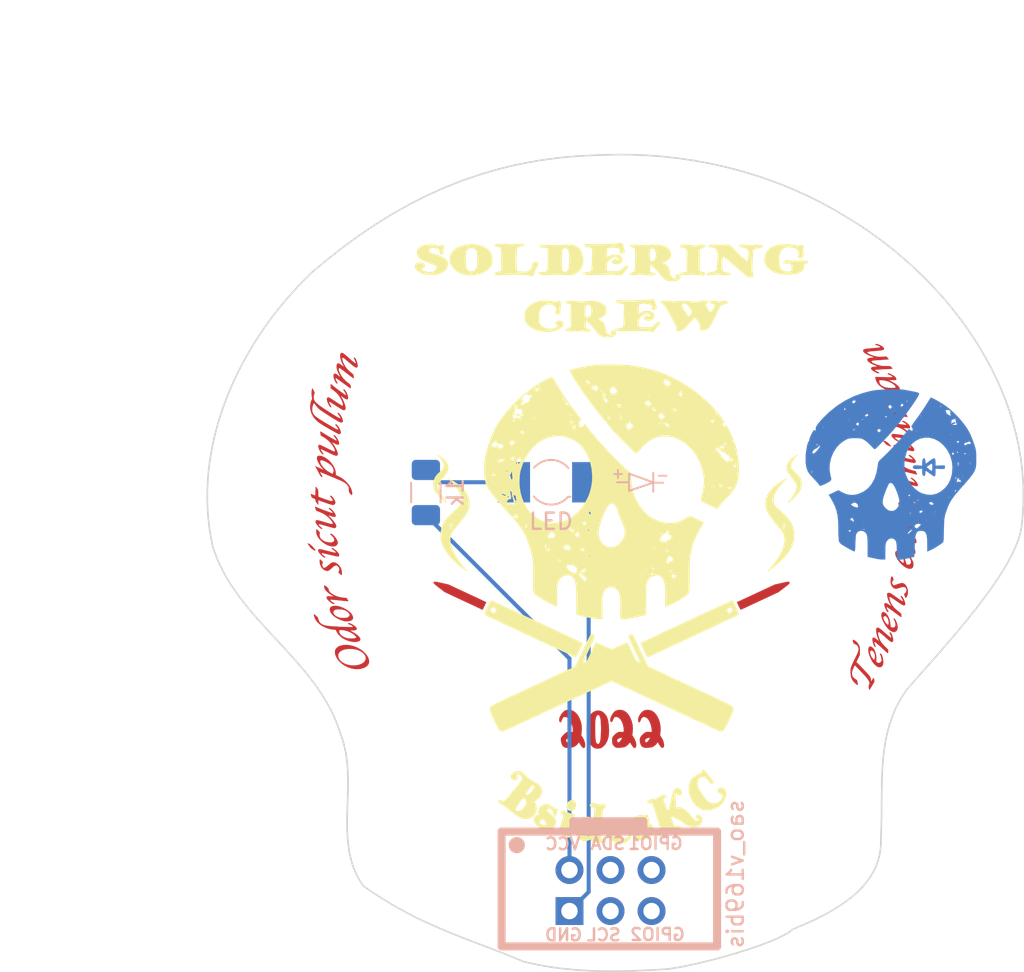
<source format=kicad_pcb>
(kicad_pcb (version 20211014) (generator pcbnew)
  (layers (0 "F.Cu" signal) (31 "B.Cu" signal) (34 "B.Paste" user) (35 "F.Paste" user) (36 "B.SilkS" user "B.Silkscreen") (37 "F.SilkS" user "F.Silkscreen") (38 "B.Mask" user) (39 "F.Mask" user) (44 "Edge.Cuts" user))
  (net 0 "")
  (net 1 "GND")
  (net 2 "Net-(D1-Pad2)")
  (net 3 "VCC")
  (footprint "BadgePirates:Badgelife-SAOv169-SAO_Side_B.SLK" (layer "F.Cu") (at 154.8511 124.0663)
    (fp_text reference "X1" hide)
    (fp_text value "sao_v169bis")
  )
  (footprint "LOGO" (layer "F.Cu") (at 131.208392 79.405793)
    (fp_text reference "G***" hide)
    (fp_text value "LOGO" hide)
  )
  (footprint "LOGO" (layer "F.Cu") (at 131.208392 79.405793)
    (fp_text reference "G***" hide)
    (fp_text value "LOGO" hide)
  )
  (footprint "BadgePirates:LED_Osram_Lx_P47F_D2mm_ReverseMount_Proper_Mask Only" (layer "F.Cu") (at 151.5618 98.7044)
    (fp_text reference "D1" hide)
    (fp_text value "LED")
  )
  (footprint "LOGO" (layer "F.Cu") (at 131.208392 79.405793)
    (fp_text reference "G***" hide)
    (fp_text value "LOGO" hide)
  )
  (footprint "LOGO" (layer "F.Cu") (at 131.208392 79.405793)
    (fp_text reference "G***" hide)
    (fp_text value "LOGO" hide)
  )
  (footprint "LOGO" (layer "F.Cu") (at 131.208392 79.405793)
    (fp_text reference "G***" hide)
    (fp_text value "LOGO" hide)
  )
  (footprint "LOGO" (layer "F.Cu") (at 131.208392 79.405793)
    (fp_text reference "G***" hide)
    (fp_text value "LOGO" hide)
  )
  (footprint "LOGO" (layer "F.Cu") (at 131.208392 79.405793)
    (fp_text reference "G***" hide)
    (fp_text value "LOGO" hide)
  )
  (footprint "BadgePirates:R_1206_3216Metric" (layer "B.Cu") (at 143.8148 99.3394 -90)
    (fp_text reference "R1" hide)
    (fp_text value "1k")
  )
  (footprint "BadgePiratesLogos:BPSkull_Distressed_F.CU" (layer "B.Cu") (at 172.6184 98.2218 180)
    (fp_text reference "G***" hide)
    (fp_text value "BP LOGO" hide)
  )
  (gr_line (start 139.060192 121.515093) (end 139.185692 122.088993) (layer "Edge.Cuts") (width 0.1))
  (gr_line (start 172.154292 115.435293) (end 172.240192 114.847493) (layer "Edge.Cuts") (width 0.1))
  (gr_line (start 161.886392 128.186293) (end 163.068892 127.847693) (layer "Edge.Cuts") (width 0.1))
  (gr_line (start 131.095692 94.575593) (end 130.926192 95.134493) (layer "Edge.Cuts") (width 0.1))
  (gr_line (start 137.163292 111.518493) (end 137.407392 111.885993) (layer "Edge.Cuts") (width 0.1))
  (gr_line (start 132.202292 91.862093) (end 131.948192 92.392593) (layer "Edge.Cuts") (width 0.1))
  (gr_line (start 168.875692 125.266193) (end 169.332392 124.989993) (layer "Edge.Cuts") (width 0.1))
  (gr_line (start 138.051592 113.043493) (end 138.232492 113.450393) (layer "Edge.Cuts") (width 0.1))
  (gr_line (start 180.677092 101.475493) (end 180.752792 100.735593) (layer "Edge.Cuts") (width 0.1))
  (gr_line (start 131.488092 93.472793) (end 131.283092 94.021593) (layer "Edge.Cuts") (width 0.1))
  (gr_line (start 152.093392 128.797993) (end 153.212792 128.908893) (layer "Edge.Cuts") (width 0.1))
  (gr_line (start 172.704092 113.137493) (end 172.943592 112.590093) (layer "Edge.Cuts") (width 0.1))
  (gr_line (start 173.579392 111.537993) (end 175.563592 109.286793) (layer "Edge.Cuts") (width 0.1))
  (gr_line (start 179.717992 103.861593) (end 180.070192 103.216993) (layer "Edge.Cuts") (width 0.1))
  (gr_line (start 146.061892 80.024393) (end 144.946592 80.466093) (layer "Edge.Cuts") (width 0.1))
  (gr_line (start 165.728892 80.233693) (end 164.854892 79.912193) (layer "Edge.Cuts") (width 0.1))
  (gr_line (start 130.531592 96.835393) (end 130.439692 97.409093) (layer "Edge.Cuts") (width 0.1))
  (gr_line (start 137.684892 84.936193) (end 136.700392 85.760593) (layer "Edge.Cuts") (width 0.1))
  (gr_line (start 153.212792 128.908893) (end 154.336392 128.967493) (layer "Edge.Cuts") (width 0.1))
  (gr_line (start 147.411892 127.410893) (end 148.627392 127.878293) (layer "Edge.Cuts") (width 0.1))
  (gr_line (start 133.364392 107.135293) (end 133.964092 107.799293) (layer "Edge.Cuts") (width 0.1))
  (gr_line (start 170.502592 82.689093) (end 169.894492 82.311393) (layer "Edge.Cuts") (width 0.1))
  (gr_line (start 138.394092 113.869293) (end 138.534992 114.301093) (layer "Edge.Cuts") (width 0.1))
  (gr_line (start 169.894492 82.311393) (end 169.092492 81.833093) (layer "Edge.Cuts") (width 0.1))
  (gr_line (start 148.627392 127.878293) (end 149.874892 128.386993) (layer "Edge.Cuts") (width 0.1))
  (gr_line (start 158.493592 78.536593) (end 157.563892 78.464793) (layer "Edge.Cuts") (width 0.1))
  (gr_line (start 138.534992 114.301093) (end 138.639892 114.586393) (layer "Edge.Cuts") (width 0.1))
  (gr_line (start 131.740992 105.037093) (end 132.241892 105.760993) (layer "Edge.Cuts") (width 0.1))
  (gr_line (start 155.700392 78.414293) (end 155.700392 78.414293) (layer "Edge.Cuts") (width 0.1))
  (gr_line (start 155.700392 78.414293) (end 155.700392 78.414293) (layer "Edge.Cuts") (width 0.1))
  (gr_line (start 179.426992 92.969593) (end 179.133892 92.310993) (layer "Edge.Cuts") (width 0.1))
  (gr_line (start 178.343992 105.901793) (end 178.845392 105.210193) (layer "Edge.Cuts") (width 0.1))
  (gr_line (start 165.639992 126.912793) (end 166.009692 126.728993) (layer "Edge.Cuts") (width 0.1))
  (gr_line (start 148.967492 79.149193) (end 148.371892 79.297593) (layer "Edge.Cuts") (width 0.1))
  (gr_line (start 179.935092 94.315293) (end 179.694392 93.637893) (layer "Edge.Cuts") (width 0.1))
  (gr_line (start 160.733492 128.476993) (end 161.886392 128.186293) (layer "Edge.Cuts") (width 0.1))
  (gr_line (start 165.209092 127.100693) (end 165.639992 126.912793) (layer "Edge.Cuts") (width 0.1))
  (gr_line (start 138.639892 114.586393) (end 138.728392 114.875093) (layer "Edge.Cuts") (width 0.1))
  (gr_line (start 139.955592 123.712493) (end 140.632192 124.173093) (layer "Edge.Cuts") (width 0.1))
  (gr_line (start 138.861392 115.461593) (end 138.943992 116.058493) (layer "Edge.Cuts") (width 0.1))
  (gr_line (start 130.611792 102.636993) (end 130.753092 103.065693) (layer "Edge.Cuts") (width 0.1))
  (gr_line (start 180.769192 98.541493) (end 180.707392 97.820493) (layer "Edge.Cuts") (width 0.1))
  (gr_line (start 130.914992 103.481893) (end 131.096092 103.886293) (layer "Edge.Cuts") (width 0.1))
  (gr_line (start 137.852892 112.647693) (end 138.051592 113.043493) (layer "Edge.Cuts") (width 0.1))
  (gr_line (start 170.186792 124.373393) (end 170.572892 124.029993) (layer "Edge.Cuts") (width 0.1))
  (gr_line (start 152.066492 78.612993) (end 151.429692 78.692393) (layer "Edge.Cuts") (width 0.1))
  (gr_line (start 160.342992 78.773693) (end 159.420292 78.639593) (layer "Edge.Cuts") (width 0.1))
  (gr_line (start 131.510492 104.662993) (end 131.740992 105.037093) (layer "Edge.Cuts") (width 0.1))
  (gr_line (start 155.700392 78.414293) (end 154.706892 78.437693) (layer "Edge.Cuts") (width 0.1))
  (gr_line (start 146.213592 126.953493) (end 147.411892 127.410893) (layer "Edge.Cuts") (width 0.1))
  (gr_line (start 130.302392 100.307793) (end 130.343192 100.890493) (layer "Edge.Cuts") (width 0.1))
  (gr_line (start 172.056092 116.628393) (end 172.094492 116.029393) (layer "Edge.Cuts") (width 0.1))
  (gr_line (start 170.923992 123.661293) (end 171.234392 123.265693) (layer "Edge.Cuts") (width 0.1))
  (gr_line (start 141.938492 124.975793) (end 142.571892 125.325693) (layer "Edge.Cuts") (width 0.1))
  (gr_line (start 153.367592 78.496593) (end 152.712392 78.547693) (layer "Edge.Cuts") (width 0.1))
  (gr_line (start 166.308292 126.551693) (end 166.525992 126.383093) (layer "Edge.Cuts") (width 0.1))
  (gr_line (start 169.771392 124.692993) (end 170.186792 124.373393) (layer "Edge.Cuts") (width 0.1))
  (gr_line (start 149.570792 79.014393) (end 148.967492 79.149193) (layer "Edge.Cuts") (width 0.1))
  (gr_line (start 173.399492 84.858793) (end 172.842292 84.389093) (layer "Edge.Cuts") (width 0.1))
  (gr_line (start 150.979992 128.626693) (end 151.535792 128.720393) (layer "Edge.Cuts") (width 0.1))
  (gr_line (start 130.290792 99.143993) (end 130.285092 99.725493) (layer "Edge.Cuts") (width 0.1))
  (gr_line (start 166.525992 126.383093) (end 167.456092 125.983193) (layer "Edge.Cuts") (width 0.1))
  (gr_line (start 150.182092 78.893193) (end 149.570792 79.014393) (layer "Edge.Cuts") (width 0.1))
  (gr_line (start 130.407992 101.473293) (end 130.497392 102.055593) (layer "Edge.Cuts") (width 0.1))
  (gr_line (start 159.688692 128.701493) (end 160.733492 128.476993) (layer "Edge.Cuts") (width 0.1))
  (gr_line (start 133.691592 89.323193) (end 133.366392 89.814393) (layer "Edge.Cuts") (width 0.1))
  (gr_line (start 176.886592 88.589893) (end 176.439092 88.013093) (layer "Edge.Cuts") (width 0.1))
  (gr_line (start 180.148292 95.001193) (end 179.935092 94.315293) (layer "Edge.Cuts") (width 0.1))
  (gr_line (start 143.808492 125.942393) (end 145.017392 126.474493) (layer "Edge.Cuts") (width 0.1))
  (gr_line (start 145.017392 126.474493) (end 146.213592 126.953493) (layer "Edge.Cuts") (width 0.1))
  (gr_line (start 180.488392 96.396793) (end 180.333092 95.695193) (layer "Edge.Cuts") (width 0.1))
  (gr_line (start 173.943692 85.345393) (end 173.399492 84.858793) (layer "Edge.Cuts") (width 0.1))
  (gr_line (start 136.362292 110.458893) (end 136.906792 111.158693) (layer "Edge.Cuts") (width 0.1))
  (gr_line (start 138.728392 114.875093) (end 138.861392 115.461593) (layer "Edge.Cuts") (width 0.1))
  (gr_line (start 164.854892 79.912193) (end 163.969792 79.621993) (layer "Edge.Cuts") (width 0.1))
  (gr_line (start 171.916792 121.649193) (end 171.953492 121.386293) (layer "Edge.Cuts") (width 0.1))
  (gr_line (start 167.439592 80.970593) (end 166.590892 80.586493) (layer "Edge.Cuts") (width 0.1))
  (gr_line (start 130.285092 99.725493) (end 130.302392 100.307793) (layer "Edge.Cuts") (width 0.1))
  (gr_line (start 174.474192 85.848293) (end 173.943692 85.345393) (layer "Edge.Cuts") (width 0.1))
  (gr_line (start 134.574692 108.456793) (end 135.185292 109.114793) (layer "Edge.Cuts") (width 0.1))
  (gr_line (start 174.989792 86.367093) (end 174.474192 85.848293) (layer "Edge.Cuts") (width 0.1))
  (gr_line (start 166.590892 80.586493) (end 165.728892 80.233693) (layer "Edge.Cuts") (width 0.1))
  (gr_line (start 141.734192 82.093993) (end 140.700992 82.734393) (layer "Edge.Cuts") (width 0.1))
  (gr_line (start 167.456092 125.983193) (end 167.931792 125.761293) (layer "Edge.Cuts") (width 0.1))
  (gr_line (start 157.711192 128.910793) (end 158.830692 128.841393) (layer "Edge.Cuts") (width 0.1))
  (gr_line (start 180.353792 102.600293) (end 180.466892 102.304393) (layer "Edge.Cuts") (width 0.1))
  (gr_line (start 156.632492 78.423993) (end 155.700392 78.414293) (layer "Edge.Cuts") (width 0.1))
  (gr_line (start 180.613492 97.105393) (end 180.488392 96.396793) (layer "Edge.Cuts") (width 0.1))
  (gr_line (start 168.273792 81.386093) (end 167.439592 80.970593) (layer "Edge.Cuts") (width 0.1))
  (gr_line (start 139.683092 83.422193) (end 138.678392 84.156393) (layer "Edge.Cuts") (width 0.1))
  (gr_line (start 180.559192 102.017793) (end 180.629692 101.741193) (layer "Edge.Cuts") (width 0.1))
  (gr_line (start 139.370092 122.648093) (end 139.487592 122.921293) (layer "Edge.Cuts") (width 0.1))
  (gr_line (start 141.292592 124.592893) (end 141.938492 124.975793) (layer "Edge.Cuts") (width 0.1))
  (gr_line (start 135.887892 86.583993) (end 135.112692 87.454493) (layer "Edge.Cuts") (width 0.1))
  (gr_line (start 132.241892 105.760993) (end 132.786692 106.458193) (layer "Edge.Cuts") (width 0.1))
  (gr_line (start 179.133892 92.310993) (end 178.816092 91.662493) (layer "Edge.Cuts") (width 0.1))
  (gr_line (start 171.863492 121.903693) (end 171.916792 121.649193) (layer "Edge.Cuts") (width 0.1))
  (gr_line (start 130.439692 97.409093) (end 130.368592 97.985393) (layer "Edge.Cuts") (width 0.1))
  (gr_line (start 171.610992 122.618893) (end 171.709892 122.388393) (layer "Edge.Cuts") (width 0.1))
  (gr_line (start 134.379192 88.368793) (end 134.029292 88.841193) (layer "Edge.Cuts") (width 0.1))
  (gr_line (start 138.946392 120.331893) (end 138.983792 120.928593) (layer "Edge.Cuts") (width 0.1))
  (gr_line (start 155.461992 128.981993) (end 156.587592 128.960393) (layer "Edge.Cuts") (width 0.1))
  (gr_line (start 138.986192 116.663293) (end 138.997792 117.273793) (layer "Edge.Cuts") (width 0.1))
  (gr_line (start 178.474292 91.024593) (end 178.109592 90.397893) (layer "Edge.Cuts") (width 0.1))
  (gr_line (start 135.185292 109.114793) (end 135.784792 109.779893) (layer "Edge.Cuts") (width 0.1))
  (gr_line (start 171.972692 121.114993) (end 171.973892 120.834893) (layer "Edge.Cuts") (width 0.1))
  (gr_line (start 162.171492 79.135393) (end 161.260392 78.938993) (layer "Edge.Cuts") (width 0.1))
  (gr_line (start 130.497392 102.055593) (end 130.611792 102.636993) (layer "Edge.Cuts") (width 0.1))
  (gr_line (start 168.406892 125.522793) (end 168.875692 125.266193) (layer "Edge.Cuts") (width 0.1))
  (gr_line (start 139.269892 122.370493) (end 139.370092 122.648093) (layer "Edge.Cuts") (width 0.1))
  (gr_line (start 143.194592 125.646593) (end 143.808492 125.942393) (layer "Edge.Cuts") (width 0.1))
  (gr_line (start 133.964092 107.799293) (end 134.574692 108.456793) (layer "Edge.Cuts") (width 0.1))
  (gr_line (start 172.273092 83.936693) (end 171.692792 83.502293) (layer "Edge.Cuts") (width 0.1))
  (gr_line (start 177.314792 89.179993) (end 176.886592 88.589893) (layer "Edge.Cuts") (width 0.1))
  (gr_line (start 173.233792 112.056393) (end 173.579392 111.537993) (layer "Edge.Cuts") (width 0.1))
  (gr_line (start 135.784792 109.779893) (end 136.362292 110.458893) (layer "Edge.Cuts") (width 0.1))
  (gr_line (start 171.709892 122.388393) (end 171.794292 122.149993) (layer "Edge.Cuts") (width 0.1))
  (gr_line (start 142.571892 125.325693) (end 143.194592 125.646593) (layer "Edge.Cuts") (width 0.1))
  (gr_line (start 170.572892 124.029993) (end 170.923992 123.661293) (layer "Edge.Cuts") (width 0.1))
  (gr_line (start 139.623392 123.189993) (end 139.779092 123.453793) (layer "Edge.Cuts") (width 0.1))
  (gr_line (start 154.706892 78.437693) (end 153.367592 78.496593) (layer "Edge.Cuts") (width 0.1))
  (gr_line (start 171.953492 121.386293) (end 171.972692 121.114993) (layer "Edge.Cuts") (width 0.1))
  (gr_line (start 166.009692 126.728993) (end 166.308292 126.551693) (layer "Edge.Cuts") (width 0.1))
  (gr_line (start 172.240192 114.847493) (end 172.357292 114.267693) (layer "Edge.Cuts") (width 0.1))
  (gr_line (start 138.938192 119.727093) (end 138.946392 120.331893) (layer "Edge.Cuts") (width 0.1))
  (gr_line (start 163.969792 79.621993) (end 163.074992 79.363093) (layer "Edge.Cuts") (width 0.1))
  (gr_line (start 169.332392 124.989993) (end 169.771392 124.692993) (layer "Edge.Cuts") (width 0.1))
  (gr_line (start 134.740492 87.906393) (end 134.379192 88.368793) (layer "Edge.Cuts") (width 0.1))
  (gr_line (start 130.926192 95.134493) (end 130.775392 95.697693) (layer "Edge.Cuts") (width 0.1))
  (gr_line (start 177.811692 106.596693) (end 178.343992 105.901793) (layer "Edge.Cuts") (width 0.1))
  (gr_line (start 172.094492 116.029393) (end 172.154292 115.435293) (layer "Edge.Cuts") (width 0.1))
  (gr_line (start 157.563892 78.464793) (end 156.632492 78.423993) (layer "Edge.Cuts") (width 0.1))
  (gr_line (start 148.371892 79.297593) (end 147.202992 79.634493) (layer "Edge.Cuts") (width 0.1))
  (gr_line (start 131.948192 92.392593) (end 131.709892 92.929593) (layer "Edge.Cuts") (width 0.1))
  (gr_line (start 135.112692 87.454493) (end 134.740492 87.906393) (layer "Edge.Cuts") (width 0.1))
  (gr_line (start 131.295092 104.279693) (end 131.510492 104.662993) (layer "Edge.Cuts") (width 0.1))
  (gr_line (start 180.792792 99.999593) (end 180.797992 99.268093) (layer "Edge.Cuts") (width 0.1))
  (gr_line (start 137.637692 112.262093) (end 137.852892 112.647693) (layer "Edge.Cuts") (width 0.1))
  (gr_line (start 180.707392 97.820493) (end 180.613492 97.105393) (layer "Edge.Cuts") (width 0.1))
  (gr_line (start 154.336392 128.967493) (end 155.461992 128.981993) (layer "Edge.Cuts") (width 0.1))
  (gr_line (start 172.012792 119.645393) (end 172.019792 118.440093) (layer "Edge.Cuts") (width 0.1))
  (gr_line (start 179.694392 93.637893) (end 179.426992 92.969593) (layer "Edge.Cuts") (width 0.1))
  (gr_line (start 143.854892 80.958893) (end 142.784792 81.501893) (layer "Edge.Cuts") (width 0.1))
  (gr_line (start 164.726692 127.290493) (end 165.209092 127.100693) (layer "Edge.Cuts") (width 0.1))
  (gr_line (start 150.801592 78.785893) (end 150.182092 78.893193) (layer "Edge.Cuts") (width 0.1))
  (gr_line (start 171.692792 83.502293) (end 171.102392 83.086193) (layer "Edge.Cuts") (width 0.1))
  (gr_line (start 131.283092 94.021593) (end 131.095692 94.575593) (layer "Edge.Cuts") (width 0.1))
  (gr_line (start 137.407392 111.885993) (end 137.637692 112.262093) (layer "Edge.Cuts") (width 0.1))
  (gr_line (start 150.426292 128.515893) (end 150.979992 128.626693) (layer "Edge.Cuts") (width 0.1))
  (gr_line (start 171.234392 123.265693) (end 171.498292 122.841893) (layer "Edge.Cuts") (width 0.1))
  (gr_line (start 136.906792 111.158693) (end 137.163292 111.518493) (layer "Edge.Cuts") (width 0.1))
  (gr_line (start 178.845392 105.210193) (end 179.306592 104.528093) (layer "Edge.Cuts") (width 0.1))
  (gr_line (start 164.202692 127.479693) (end 164.726692 127.290493) (layer "Edge.Cuts") (width 0.1))
  (gr_line (start 171.973892 120.834893) (end 172.012792 119.645393) (layer "Edge.Cuts") (width 0.1))
  (gr_line (start 130.643692 96.264793) (end 130.531592 96.835393) (layer "Edge.Cuts") (width 0.1))
  (gr_line (start 175.973192 87.449993) (end 175.489792 86.901093) (layer "Edge.Cuts") (width 0.1))
  (gr_line (start 152.712392 78.547693) (end 152.066492 78.612993) (layer "Edge.Cuts") (width 0.1))
  (gr_line (start 172.842292 84.389093) (end 172.273092 83.936693) (layer "Edge.Cuts") (width 0.1))
  (gr_line (start 133.366392 89.814393) (end 133.054292 90.314293) (layer "Edge.Cuts") (width 0.1))
  (gr_line (start 142.784792 81.501893) (end 141.734192 82.093993) (layer "Edge.Cuts") (width 0.1))
  (gr_line (start 151.535792 128.720393) (end 152.093392 128.797993) (layer "Edge.Cuts") (width 0.1))
  (gr_line (start 140.700992 82.734393) (end 139.683092 83.422193) (layer "Edge.Cuts") (width 0.1))
  (gr_line (start 178.109592 90.397893) (end 177.722792 89.782893) (layer "Edge.Cuts") (width 0.1))
  (gr_line (start 147.202992 79.634493) (end 146.061892 80.024393) (layer "Edge.Cuts") (width 0.1))
  (gr_line (start 179.306592 104.528093) (end 179.717992 103.861593) (layer "Edge.Cuts") (width 0.1))
  (gr_line (start 130.318692 98.563793) (end 130.290792 99.143993) (layer "Edge.Cuts") (width 0.1))
  (gr_line (start 130.753092 103.065693) (end 130.914992 103.481893) (layer "Edge.Cuts") (width 0.1))
  (gr_line (start 138.678392 84.156393) (end 137.684892 84.936193) (layer "Edge.Cuts") (width 0.1))
  (gr_line (start 139.185692 122.088993) (end 139.269892 122.370493) (layer "Edge.Cuts") (width 0.1))
  (gr_line (start 177.258092 107.288793) (end 177.811692 106.596693) (layer "Edge.Cuts") (width 0.1))
  (gr_line (start 180.333092 95.695193) (end 180.148292 95.001193) (layer "Edge.Cuts") (width 0.1))
  (gr_line (start 138.943992 116.058493) (end 138.986192 116.663293) (layer "Edge.Cuts") (width 0.1))
  (gr_line (start 172.510292 113.697193) (end 172.704092 113.137493) (layer "Edge.Cuts") (width 0.1))
  (gr_line (start 151.429692 78.692393) (end 150.801592 78.785893) (layer "Edge.Cuts") (width 0.1))
  (gr_line (start 180.070192 103.216993) (end 180.353792 102.600293) (layer "Edge.Cuts") (width 0.1))
  (gr_line (start 180.797992 99.268093) (end 180.769192 98.541493) (layer "Edge.Cuts") (width 0.1))
  (gr_line (start 177.722792 89.782893) (end 177.314792 89.179993) (layer "Edge.Cuts") (width 0.1))
  (gr_line (start 138.983792 120.928593) (end 139.060192 121.515093) (layer "Edge.Cuts") (width 0.1))
  (gr_line (start 133.054292 90.314293) (end 132.755892 90.822493) (layer "Edge.Cuts") (width 0.1))
  (gr_line (start 161.260392 78.938993) (end 160.342992 78.773693) (layer "Edge.Cuts") (width 0.1))
  (gr_line (start 175.563592 109.286793) (end 176.692492 107.971993) (layer "Edge.Cuts") (width 0.1))
  (gr_line (start 131.709892 92.929593) (end 131.488092 93.472793) (layer "Edge.Cuts") (width 0.1))
  (gr_line (start 172.019792 118.440093) (end 172.033992 117.230793) (layer "Edge.Cuts") (width 0.1))
  (gr_line (start 132.755892 90.822493) (end 132.471692 91.338593) (layer "Edge.Cuts") (width 0.1))
  (gr_line (start 167.931792 125.761293) (end 168.406892 125.522793) (layer "Edge.Cuts") (width 0.1))
  (gr_line (start 178.816092 91.662493) (end 178.474292 91.024593) (layer "Edge.Cuts") (width 0.1))
  (gr_line (start 134.029292 88.841193) (end 133.691592 89.323193) (layer "Edge.Cuts") (width 0.1))
  (gr_line (start 163.068892 127.847693) (end 164.202692 127.479693) (layer "Edge.Cuts") (width 0.1))
  (gr_line (start 180.629692 101.741193) (end 180.677092 101.475493) (layer "Edge.Cuts") (width 0.1))
  (gr_line (start 163.074992 79.363093) (end 162.171492 79.135393) (layer "Edge.Cuts") (width 0.1))
  (gr_line (start 175.489792 86.901093) (end 174.989792 86.367093) (layer "Edge.Cuts") (width 0.1))
  (gr_line (start 171.102392 83.086193) (end 170.502592 82.689093) (layer "Edge.Cuts") (width 0.1))
  (gr_line (start 156.587592 128.960393) (end 157.711192 128.910793) (layer "Edge.Cuts") (width 0.1))
  (gr_line (start 138.232492 113.450393) (end 138.394092 113.869293) (layer "Edge.Cuts") (width 0.1))
  (gr_line (start 144.946592 80.466093) (end 143.854892 80.958893) (layer "Edge.Cuts") (width 0.1))
  (gr_line (start 159.420292 78.639593) (end 158.493592 78.536593) (layer "Edge.Cuts") (width 0.1))
  (gr_line (start 139.487592 122.921293) (end 139.623392 123.189993) (layer "Edge.Cuts") (width 0.1))
  (gr_line (start 138.949192 119.116693) (end 138.938192 119.727093) (layer "Edge.Cuts") (width 0.1))
  (gr_line (start 172.357292 114.267693) (end 172.510292 113.697193) (layer "Edge.Cuts") (width 0.1))
  (gr_line (start 140.632192 124.173093) (end 141.292592 124.592893) (layer "Edge.Cuts") (width 0.1))
  (gr_line (start 132.786692 106.458193) (end 133.364392 107.135293) (layer "Edge.Cuts") (width 0.1))
  (gr_line (start 131.096092 103.886293) (end 131.295092 104.279693) (layer "Edge.Cuts") (width 0.1))
  (gr_line (start 180.752792 100.735593) (end 180.792792 99.999593) (layer "Edge.Cuts") (width 0.1))
  (gr_line (start 169.092492 81.833093) (end 168.273792 81.386093) (layer "Edge.Cuts") (width 0.1))
  (gr_line (start 158.830692 128.841393) (end 159.688692 128.701493) (layer "Edge.Cuts") (width 0.1))
  (gr_line (start 149.874892 128.386993) (end 150.426292 128.515893) (layer "Edge.Cuts") (width 0.1))
  (gr_line (start 172.033992 117.230793) (end 172.056092 116.628393) (layer "Edge.Cuts") (width 0.1))
  (gr_line (start 180.466892 102.304393) (end 180.559192 102.017793) (layer "Edge.Cuts") (width 0.1))
  (gr_line (start 138.988892 117.887693) (end 138.949192 119.116693) (layer "Edge.Cuts") (width 0.1))
  (gr_line (start 130.368592 97.985393) (end 130.318692 98.563793) (layer "Edge.Cuts") (width 0.1))
  (gr_line (start 130.775392 95.697693) (end 130.643692 96.264793) (layer "Edge.Cuts") (width 0.1))
  (gr_line (start 138.997792 117.273793) (end 138.988892 117.887693) (layer "Edge.Cuts") (width 0.1))
  (gr_line (start 176.692492 107.971993) (end 177.258092 107.288793) (layer "Edge.Cuts") (width 0.1))
  (gr_line (start 130.343192 100.890493) (end 130.407992 101.473293) (layer "Edge.Cuts") (width 0.1))
  (gr_line (start 132.471692 91.338593) (end 132.202292 91.862093) (layer "Edge.Cuts") (width 0.1))
  (gr_line (start 139.779092 123.453793) (end 139.955592 123.712493) (layer "Edge.Cuts") (width 0.1))
  (gr_line (start 171.498292 122.841893) (end 171.610992 122.618893) (layer "Edge.Cuts") (width 0.1))
  (gr_line (start 176.439092 88.013093) (end 175.973192 87.449993) (layer "Edge.Cuts") (width 0.1))
  (gr_line (start 136.700392 85.760593) (end 135.887892 86.583993) (layer "Edge.Cuts") (width 0.1))
  (gr_line (start 172.943592 112.590093) (end 173.233792 112.056393) (layer "Edge.Cuts") (width 0.1))
  (gr_line (start 171.794292 122.149993) (end 171.863492 121.903693) (layer "Edge.Cuts") (width 0.1))
  (segment (start 152.7013 125.2547) (end 153.8899 124.0661) (width 0.25) (layer "B.Cu") (net 1))
  (segment (start 153.8899 124.0661) (end 153.8899 98.7325) (width 0.25) (layer "B.Cu") (net 1))
  (segment (start 153.8899 98.7325) (end 153.8618 98.7044) (width 0.25) (layer "B.Cu") (net 1))
  (segment (start 143.8148 97.9394) (end 144.5798 98.7044) (width 0.25) (layer "B.Cu") (net 2))
  (segment (start 144.5798 98.7044) (end 149.2618 98.7044) (width 0.25) (layer "B.Cu") (net 2))
  (segment (start 152.7013 122.7147) (end 152.7013 109.6259) (width 0.25) (layer "B.Cu") (net 3))
  (segment (start 152.7013 109.6259) (end 143.8148 100.7394) (width 0.25) (layer "B.Cu") (net 3))
)
</source>
